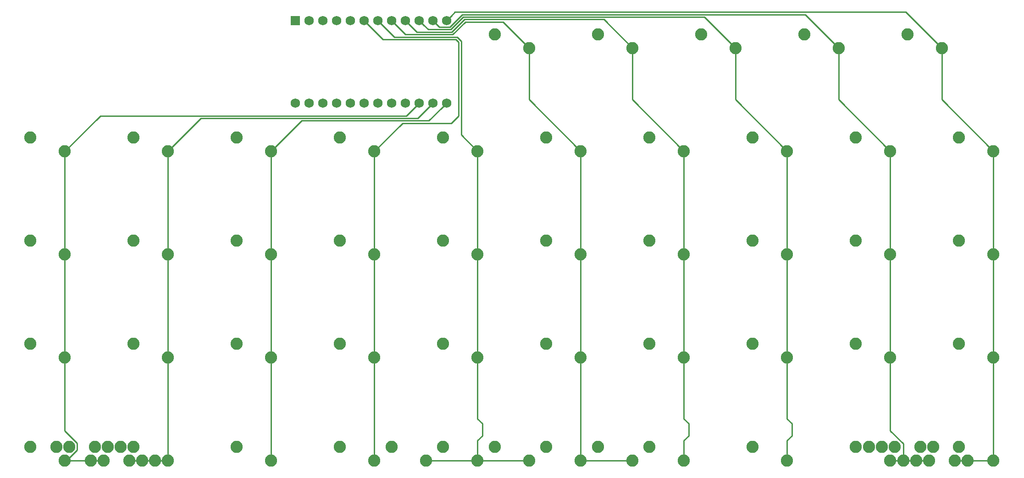
<source format=gbl>
G04 #@! TF.GenerationSoftware,KiCad,Pcbnew,(5.1.4)-1*
G04 #@! TF.CreationDate,2021-09-04T12:44:31-10:00*
G04 #@! TF.ProjectId,oya45,6f796134-352e-46b6-9963-61645f706362,rev?*
G04 #@! TF.SameCoordinates,Original*
G04 #@! TF.FileFunction,Copper,L2,Bot*
G04 #@! TF.FilePolarity,Positive*
%FSLAX46Y46*%
G04 Gerber Fmt 4.6, Leading zero omitted, Abs format (unit mm)*
G04 Created by KiCad (PCBNEW (5.1.4)-1) date 2021-09-04 12:44:31*
%MOMM*%
%LPD*%
G04 APERTURE LIST*
%ADD10C,2.250000*%
%ADD11R,1.752600X1.752600*%
%ADD12C,1.752600*%
%ADD13C,0.254000*%
G04 APERTURE END LIST*
D10*
X214153750Y-109220000D03*
X220503750Y-111760000D03*
X209391250Y-109220000D03*
X215741250Y-111760000D03*
X75247500Y-111760000D03*
X68897500Y-109220000D03*
X221297500Y-109220000D03*
X227647500Y-111760000D03*
X218916250Y-109220000D03*
X225266250Y-111760000D03*
X218122500Y-111760000D03*
X211772500Y-109220000D03*
X65722500Y-111760000D03*
X59372500Y-109220000D03*
X66516250Y-109220000D03*
X72866250Y-111760000D03*
X68103750Y-111760000D03*
X61753750Y-109220000D03*
X77628750Y-111760000D03*
X71278750Y-109220000D03*
X232410000Y-92710000D03*
X226060000Y-90170000D03*
X232410000Y-54610000D03*
X226060000Y-52070000D03*
X99060000Y-111760000D03*
X92710000Y-109220000D03*
X175260000Y-111760000D03*
X168910000Y-109220000D03*
X146685000Y-35560000D03*
X140335000Y-33020000D03*
X203835000Y-35560000D03*
X197485000Y-33020000D03*
X222885000Y-35560000D03*
X216535000Y-33020000D03*
D11*
X103505000Y-30480000D03*
D12*
X106045000Y-30480000D03*
X108585000Y-30480000D03*
X111125000Y-30480000D03*
X113665000Y-30480000D03*
X116205000Y-30480000D03*
X118745000Y-30480000D03*
X121285000Y-30480000D03*
X123825000Y-30480000D03*
X126365000Y-30480000D03*
X128905000Y-30480000D03*
X131445000Y-45720000D03*
X128905000Y-45720000D03*
X126365000Y-45720000D03*
X123825000Y-45720000D03*
X121285000Y-45720000D03*
X118745000Y-45720000D03*
X116205000Y-45720000D03*
X113665000Y-45720000D03*
X111125000Y-45720000D03*
X108585000Y-45720000D03*
X106045000Y-45720000D03*
X131445000Y-30480000D03*
X103505000Y-45720000D03*
D10*
X165735000Y-111760000D03*
X159385000Y-109220000D03*
X127635000Y-111760000D03*
X121285000Y-109220000D03*
X140335000Y-109220000D03*
X146685000Y-111760000D03*
X184785000Y-35560000D03*
X178435000Y-33020000D03*
X165735000Y-35560000D03*
X159385000Y-33020000D03*
X232410000Y-111760000D03*
X226060000Y-109220000D03*
X207010000Y-109220000D03*
X213360000Y-111760000D03*
X194310000Y-111760000D03*
X187960000Y-109220000D03*
X156210000Y-111760000D03*
X149860000Y-109220000D03*
X137160000Y-111760000D03*
X130810000Y-109220000D03*
X118110000Y-111760000D03*
X111760000Y-109220000D03*
X73660000Y-109220000D03*
X80010000Y-111760000D03*
X54610000Y-109220000D03*
X60960000Y-111760000D03*
X213360000Y-92710000D03*
X207010000Y-90170000D03*
X194310000Y-92710000D03*
X187960000Y-90170000D03*
X175260000Y-92710000D03*
X168910000Y-90170000D03*
X156210000Y-92710000D03*
X149860000Y-90170000D03*
X137160000Y-92710000D03*
X130810000Y-90170000D03*
X118110000Y-92710000D03*
X111760000Y-90170000D03*
X99060000Y-92710000D03*
X92710000Y-90170000D03*
X80010000Y-92710000D03*
X73660000Y-90170000D03*
X60960000Y-92710000D03*
X54610000Y-90170000D03*
X232410000Y-73660000D03*
X226060000Y-71120000D03*
X213360000Y-73660000D03*
X207010000Y-71120000D03*
X194310000Y-73660000D03*
X187960000Y-71120000D03*
X175260000Y-73660000D03*
X168910000Y-71120000D03*
X149860000Y-71120000D03*
X156210000Y-73660000D03*
X137160000Y-73660000D03*
X130810000Y-71120000D03*
X118110000Y-73660000D03*
X111760000Y-71120000D03*
X99060000Y-73660000D03*
X92710000Y-71120000D03*
X80010000Y-73660000D03*
X73660000Y-71120000D03*
X60960000Y-73660000D03*
X54610000Y-71120000D03*
X213360000Y-54610000D03*
X207010000Y-52070000D03*
X194310000Y-54610000D03*
X187960000Y-52070000D03*
X175260000Y-54610000D03*
X168910000Y-52070000D03*
X156210000Y-54610000D03*
X149860000Y-52070000D03*
X137160000Y-54610000D03*
X130810000Y-52070000D03*
X118110000Y-54610000D03*
X111760000Y-52070000D03*
X99060000Y-54610000D03*
X92710000Y-52070000D03*
X80010000Y-54610000D03*
X73660000Y-52070000D03*
X60960000Y-54610000D03*
X54610000Y-52070000D03*
D13*
X60960000Y-54610000D02*
X60960000Y-92710000D01*
X125488701Y-46596299D02*
X126365000Y-45720000D01*
X124005990Y-48079010D02*
X125488701Y-46596299D01*
X67490990Y-48079010D02*
X124005990Y-48079010D01*
X60960000Y-54610000D02*
X67490990Y-48079010D01*
X60960000Y-92710000D02*
X60960000Y-106277288D01*
X60960000Y-106277288D02*
X63205751Y-108523039D01*
X63205751Y-108523039D02*
X63205751Y-109831749D01*
X62550990Y-111760000D02*
X68103750Y-111760000D01*
X60960000Y-111760000D02*
X62550990Y-111760000D01*
X61277500Y-111760000D02*
X60960000Y-111760000D01*
X63205751Y-109831749D02*
X61277500Y-111760000D01*
X80010000Y-54610000D02*
X80010000Y-111760000D01*
X128028701Y-46596299D02*
X128905000Y-45720000D01*
X126091980Y-48533020D02*
X128028701Y-46596299D01*
X86086980Y-48533020D02*
X126091980Y-48533020D01*
X80010000Y-54610000D02*
X86086980Y-48533020D01*
X80010000Y-111760000D02*
X72866250Y-111760000D01*
X99060000Y-54610000D02*
X99060000Y-111760000D01*
X130568701Y-46596299D02*
X131445000Y-45720000D01*
X128177970Y-48987030D02*
X130568701Y-46596299D01*
X104682970Y-48987030D02*
X128177970Y-48987030D01*
X99060000Y-54610000D02*
X104682970Y-48987030D01*
X118110000Y-54610000D02*
X118110000Y-111760000D01*
X119678351Y-33953351D02*
X116205000Y-30480000D01*
X118110000Y-54610000D02*
X123278960Y-49441040D01*
X123278960Y-49441040D02*
X132327710Y-49441040D01*
X132327710Y-49441040D02*
X133689740Y-48079010D01*
X133689740Y-48079010D02*
X133689740Y-34470990D01*
X133689740Y-34470990D02*
X133172101Y-33953351D01*
X133172101Y-33953351D02*
X119678351Y-33953351D01*
X121764341Y-33499341D02*
X118745000Y-30480000D01*
X133360158Y-33499341D02*
X121764341Y-33499341D01*
X134143750Y-34282933D02*
X133360158Y-33499341D01*
X134143750Y-51593750D02*
X134143750Y-34282933D01*
X137160000Y-54610000D02*
X134143750Y-51593750D01*
X146685000Y-111760000D02*
X127635000Y-111760000D01*
X137160000Y-108051184D02*
X137160000Y-111760000D01*
X138052151Y-107159033D02*
X137160000Y-108051184D01*
X138052151Y-104930967D02*
X138052151Y-107159033D01*
X137160000Y-104038816D02*
X138052151Y-104930967D01*
X137160000Y-54610000D02*
X137160000Y-104038816D01*
X156210000Y-54610000D02*
X156210000Y-111760000D01*
X146685000Y-45085000D02*
X146685000Y-35560000D01*
X156210000Y-54610000D02*
X146685000Y-45085000D01*
X122161299Y-31356299D02*
X121285000Y-30480000D01*
X123850331Y-33045331D02*
X122161299Y-31356299D01*
X132586756Y-33045331D02*
X123850331Y-33045331D01*
X134901306Y-30730780D02*
X132586756Y-33045331D01*
X146685000Y-35560000D02*
X141855780Y-30730780D01*
X141855780Y-30730780D02*
X134901306Y-30730780D01*
X157800990Y-111760000D02*
X165735000Y-111760000D01*
X156210000Y-111760000D02*
X157800990Y-111760000D01*
X175260000Y-54610000D02*
X175260000Y-104038816D01*
X165735000Y-45085000D02*
X165735000Y-35560000D01*
X175260000Y-54610000D02*
X165735000Y-45085000D01*
X176152151Y-104930967D02*
X176152151Y-107159033D01*
X175260000Y-104038816D02*
X176152151Y-104930967D01*
X175260000Y-108051184D02*
X175260000Y-111760000D01*
X176152151Y-107159033D02*
X175260000Y-108051184D01*
X124701299Y-31356299D02*
X123825000Y-30480000D01*
X125936321Y-32591321D02*
X124701299Y-31356299D01*
X132398699Y-32591321D02*
X125936321Y-32591321D01*
X134713249Y-30276770D02*
X132398699Y-32591321D01*
X165735000Y-35560000D02*
X160451770Y-30276770D01*
X160451770Y-30276770D02*
X134713249Y-30276770D01*
X184785000Y-45085000D02*
X184785000Y-35560000D01*
X194310000Y-54610000D02*
X184785000Y-45085000D01*
X127241299Y-31356299D02*
X126365000Y-30480000D01*
X128022311Y-32137311D02*
X127241299Y-31356299D01*
X132210642Y-32137311D02*
X128022311Y-32137311D01*
X134525192Y-29822760D02*
X132210642Y-32137311D01*
X184785000Y-35560000D02*
X179047760Y-29822760D01*
X179047760Y-29822760D02*
X134525192Y-29822760D01*
X194310000Y-104045166D02*
X195195801Y-104930967D01*
X194310000Y-54610000D02*
X194310000Y-104045166D01*
X195195801Y-104930967D02*
X195195801Y-107159033D01*
X194310000Y-108044834D02*
X194310000Y-111760000D01*
X195195801Y-107159033D02*
X194310000Y-108044834D01*
X203835000Y-45085000D02*
X203835000Y-35560000D01*
X213360000Y-54610000D02*
X203835000Y-45085000D01*
X129781299Y-31356299D02*
X128905000Y-30480000D01*
X130108301Y-31683301D02*
X129781299Y-31356299D01*
X132022585Y-31683301D02*
X130108301Y-31683301D01*
X134337136Y-29368750D02*
X132022585Y-31683301D01*
X197643750Y-29368750D02*
X134337136Y-29368750D01*
X203835000Y-35560000D02*
X197643750Y-29368750D01*
X220503750Y-111760000D02*
X213360000Y-111760000D01*
X213360000Y-54610000D02*
X213360000Y-106277288D01*
X215741250Y-108658538D02*
X215741250Y-111760000D01*
X213360000Y-106277288D02*
X215741250Y-108658538D01*
X232410000Y-54610000D02*
X232410000Y-111760000D01*
X222885000Y-45085000D02*
X222885000Y-35560000D01*
X232410000Y-54610000D02*
X222885000Y-45085000D01*
X222885000Y-35560000D02*
X216239740Y-28914740D01*
X132321299Y-29603701D02*
X131445000Y-30480000D01*
X133010260Y-28914740D02*
X132321299Y-29603701D01*
X216239740Y-28914740D02*
X133010260Y-28914740D01*
X232410000Y-111760000D02*
X225266250Y-111760000D01*
M02*

</source>
